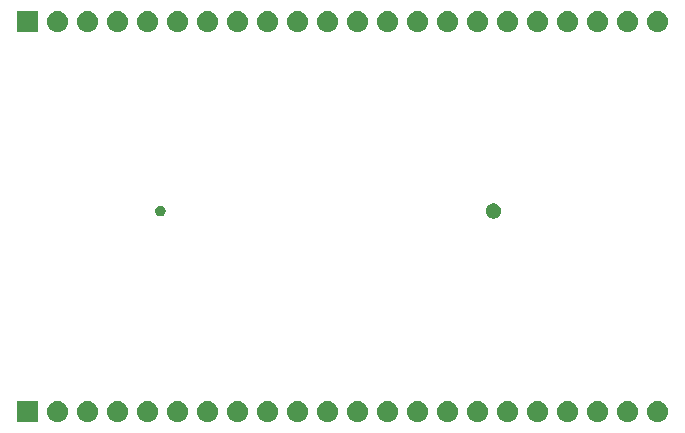
<source format=gts>
G04 #@! TF.GenerationSoftware,KiCad,Pcbnew,5.1.4-e60b266~84~ubuntu18.04.1*
G04 #@! TF.CreationDate,2019-09-22T16:17:36+02:00*
G04 #@! TF.ProjectId,Mezz2,4d657a7a-322e-46b6-9963-61645f706362,2*
G04 #@! TF.SameCoordinates,Original*
G04 #@! TF.FileFunction,Soldermask,Top*
G04 #@! TF.FilePolarity,Negative*
%FSLAX46Y46*%
G04 Gerber Fmt 4.6, Leading zero omitted, Abs format (unit mm)*
G04 Created by KiCad (PCBNEW 5.1.4-e60b266~84~ubuntu18.04.1) date 2019-09-22 16:17:36*
%MOMM*%
%LPD*%
G04 APERTURE LIST*
%ADD10C,0.100000*%
G04 APERTURE END LIST*
D10*
G36*
X123710443Y-110735519D02*
G01*
X123776627Y-110742037D01*
X123946466Y-110793557D01*
X124102991Y-110877222D01*
X124138729Y-110906552D01*
X124240186Y-110989814D01*
X124323448Y-111091271D01*
X124352778Y-111127009D01*
X124436443Y-111283534D01*
X124487963Y-111453373D01*
X124505359Y-111630000D01*
X124487963Y-111806627D01*
X124436443Y-111976466D01*
X124352778Y-112132991D01*
X124323448Y-112168729D01*
X124240186Y-112270186D01*
X124138729Y-112353448D01*
X124102991Y-112382778D01*
X123946466Y-112466443D01*
X123776627Y-112517963D01*
X123710443Y-112524481D01*
X123644260Y-112531000D01*
X123555740Y-112531000D01*
X123489557Y-112524481D01*
X123423373Y-112517963D01*
X123253534Y-112466443D01*
X123097009Y-112382778D01*
X123061271Y-112353448D01*
X122959814Y-112270186D01*
X122876552Y-112168729D01*
X122847222Y-112132991D01*
X122763557Y-111976466D01*
X122712037Y-111806627D01*
X122694641Y-111630000D01*
X122712037Y-111453373D01*
X122763557Y-111283534D01*
X122847222Y-111127009D01*
X122876552Y-111091271D01*
X122959814Y-110989814D01*
X123061271Y-110906552D01*
X123097009Y-110877222D01*
X123253534Y-110793557D01*
X123423373Y-110742037D01*
X123489557Y-110735519D01*
X123555740Y-110729000D01*
X123644260Y-110729000D01*
X123710443Y-110735519D01*
X123710443Y-110735519D01*
G37*
G36*
X100850443Y-110735519D02*
G01*
X100916627Y-110742037D01*
X101086466Y-110793557D01*
X101242991Y-110877222D01*
X101278729Y-110906552D01*
X101380186Y-110989814D01*
X101463448Y-111091271D01*
X101492778Y-111127009D01*
X101576443Y-111283534D01*
X101627963Y-111453373D01*
X101645359Y-111630000D01*
X101627963Y-111806627D01*
X101576443Y-111976466D01*
X101492778Y-112132991D01*
X101463448Y-112168729D01*
X101380186Y-112270186D01*
X101278729Y-112353448D01*
X101242991Y-112382778D01*
X101086466Y-112466443D01*
X100916627Y-112517963D01*
X100850443Y-112524481D01*
X100784260Y-112531000D01*
X100695740Y-112531000D01*
X100629557Y-112524481D01*
X100563373Y-112517963D01*
X100393534Y-112466443D01*
X100237009Y-112382778D01*
X100201271Y-112353448D01*
X100099814Y-112270186D01*
X100016552Y-112168729D01*
X99987222Y-112132991D01*
X99903557Y-111976466D01*
X99852037Y-111806627D01*
X99834641Y-111630000D01*
X99852037Y-111453373D01*
X99903557Y-111283534D01*
X99987222Y-111127009D01*
X100016552Y-111091271D01*
X100099814Y-110989814D01*
X100201271Y-110906552D01*
X100237009Y-110877222D01*
X100393534Y-110793557D01*
X100563373Y-110742037D01*
X100629557Y-110735519D01*
X100695740Y-110729000D01*
X100784260Y-110729000D01*
X100850443Y-110735519D01*
X100850443Y-110735519D01*
G37*
G36*
X126250443Y-110735519D02*
G01*
X126316627Y-110742037D01*
X126486466Y-110793557D01*
X126642991Y-110877222D01*
X126678729Y-110906552D01*
X126780186Y-110989814D01*
X126863448Y-111091271D01*
X126892778Y-111127009D01*
X126976443Y-111283534D01*
X127027963Y-111453373D01*
X127045359Y-111630000D01*
X127027963Y-111806627D01*
X126976443Y-111976466D01*
X126892778Y-112132991D01*
X126863448Y-112168729D01*
X126780186Y-112270186D01*
X126678729Y-112353448D01*
X126642991Y-112382778D01*
X126486466Y-112466443D01*
X126316627Y-112517963D01*
X126250443Y-112524481D01*
X126184260Y-112531000D01*
X126095740Y-112531000D01*
X126029557Y-112524481D01*
X125963373Y-112517963D01*
X125793534Y-112466443D01*
X125637009Y-112382778D01*
X125601271Y-112353448D01*
X125499814Y-112270186D01*
X125416552Y-112168729D01*
X125387222Y-112132991D01*
X125303557Y-111976466D01*
X125252037Y-111806627D01*
X125234641Y-111630000D01*
X125252037Y-111453373D01*
X125303557Y-111283534D01*
X125387222Y-111127009D01*
X125416552Y-111091271D01*
X125499814Y-110989814D01*
X125601271Y-110906552D01*
X125637009Y-110877222D01*
X125793534Y-110793557D01*
X125963373Y-110742037D01*
X126029557Y-110735519D01*
X126095740Y-110729000D01*
X126184260Y-110729000D01*
X126250443Y-110735519D01*
X126250443Y-110735519D01*
G37*
G36*
X121170443Y-110735519D02*
G01*
X121236627Y-110742037D01*
X121406466Y-110793557D01*
X121562991Y-110877222D01*
X121598729Y-110906552D01*
X121700186Y-110989814D01*
X121783448Y-111091271D01*
X121812778Y-111127009D01*
X121896443Y-111283534D01*
X121947963Y-111453373D01*
X121965359Y-111630000D01*
X121947963Y-111806627D01*
X121896443Y-111976466D01*
X121812778Y-112132991D01*
X121783448Y-112168729D01*
X121700186Y-112270186D01*
X121598729Y-112353448D01*
X121562991Y-112382778D01*
X121406466Y-112466443D01*
X121236627Y-112517963D01*
X121170443Y-112524481D01*
X121104260Y-112531000D01*
X121015740Y-112531000D01*
X120949557Y-112524481D01*
X120883373Y-112517963D01*
X120713534Y-112466443D01*
X120557009Y-112382778D01*
X120521271Y-112353448D01*
X120419814Y-112270186D01*
X120336552Y-112168729D01*
X120307222Y-112132991D01*
X120223557Y-111976466D01*
X120172037Y-111806627D01*
X120154641Y-111630000D01*
X120172037Y-111453373D01*
X120223557Y-111283534D01*
X120307222Y-111127009D01*
X120336552Y-111091271D01*
X120419814Y-110989814D01*
X120521271Y-110906552D01*
X120557009Y-110877222D01*
X120713534Y-110793557D01*
X120883373Y-110742037D01*
X120949557Y-110735519D01*
X121015740Y-110729000D01*
X121104260Y-110729000D01*
X121170443Y-110735519D01*
X121170443Y-110735519D01*
G37*
G36*
X118630443Y-110735519D02*
G01*
X118696627Y-110742037D01*
X118866466Y-110793557D01*
X119022991Y-110877222D01*
X119058729Y-110906552D01*
X119160186Y-110989814D01*
X119243448Y-111091271D01*
X119272778Y-111127009D01*
X119356443Y-111283534D01*
X119407963Y-111453373D01*
X119425359Y-111630000D01*
X119407963Y-111806627D01*
X119356443Y-111976466D01*
X119272778Y-112132991D01*
X119243448Y-112168729D01*
X119160186Y-112270186D01*
X119058729Y-112353448D01*
X119022991Y-112382778D01*
X118866466Y-112466443D01*
X118696627Y-112517963D01*
X118630443Y-112524481D01*
X118564260Y-112531000D01*
X118475740Y-112531000D01*
X118409557Y-112524481D01*
X118343373Y-112517963D01*
X118173534Y-112466443D01*
X118017009Y-112382778D01*
X117981271Y-112353448D01*
X117879814Y-112270186D01*
X117796552Y-112168729D01*
X117767222Y-112132991D01*
X117683557Y-111976466D01*
X117632037Y-111806627D01*
X117614641Y-111630000D01*
X117632037Y-111453373D01*
X117683557Y-111283534D01*
X117767222Y-111127009D01*
X117796552Y-111091271D01*
X117879814Y-110989814D01*
X117981271Y-110906552D01*
X118017009Y-110877222D01*
X118173534Y-110793557D01*
X118343373Y-110742037D01*
X118409557Y-110735519D01*
X118475740Y-110729000D01*
X118564260Y-110729000D01*
X118630443Y-110735519D01*
X118630443Y-110735519D01*
G37*
G36*
X116090443Y-110735519D02*
G01*
X116156627Y-110742037D01*
X116326466Y-110793557D01*
X116482991Y-110877222D01*
X116518729Y-110906552D01*
X116620186Y-110989814D01*
X116703448Y-111091271D01*
X116732778Y-111127009D01*
X116816443Y-111283534D01*
X116867963Y-111453373D01*
X116885359Y-111630000D01*
X116867963Y-111806627D01*
X116816443Y-111976466D01*
X116732778Y-112132991D01*
X116703448Y-112168729D01*
X116620186Y-112270186D01*
X116518729Y-112353448D01*
X116482991Y-112382778D01*
X116326466Y-112466443D01*
X116156627Y-112517963D01*
X116090443Y-112524481D01*
X116024260Y-112531000D01*
X115935740Y-112531000D01*
X115869557Y-112524481D01*
X115803373Y-112517963D01*
X115633534Y-112466443D01*
X115477009Y-112382778D01*
X115441271Y-112353448D01*
X115339814Y-112270186D01*
X115256552Y-112168729D01*
X115227222Y-112132991D01*
X115143557Y-111976466D01*
X115092037Y-111806627D01*
X115074641Y-111630000D01*
X115092037Y-111453373D01*
X115143557Y-111283534D01*
X115227222Y-111127009D01*
X115256552Y-111091271D01*
X115339814Y-110989814D01*
X115441271Y-110906552D01*
X115477009Y-110877222D01*
X115633534Y-110793557D01*
X115803373Y-110742037D01*
X115869557Y-110735519D01*
X115935740Y-110729000D01*
X116024260Y-110729000D01*
X116090443Y-110735519D01*
X116090443Y-110735519D01*
G37*
G36*
X113550443Y-110735519D02*
G01*
X113616627Y-110742037D01*
X113786466Y-110793557D01*
X113942991Y-110877222D01*
X113978729Y-110906552D01*
X114080186Y-110989814D01*
X114163448Y-111091271D01*
X114192778Y-111127009D01*
X114276443Y-111283534D01*
X114327963Y-111453373D01*
X114345359Y-111630000D01*
X114327963Y-111806627D01*
X114276443Y-111976466D01*
X114192778Y-112132991D01*
X114163448Y-112168729D01*
X114080186Y-112270186D01*
X113978729Y-112353448D01*
X113942991Y-112382778D01*
X113786466Y-112466443D01*
X113616627Y-112517963D01*
X113550443Y-112524481D01*
X113484260Y-112531000D01*
X113395740Y-112531000D01*
X113329557Y-112524481D01*
X113263373Y-112517963D01*
X113093534Y-112466443D01*
X112937009Y-112382778D01*
X112901271Y-112353448D01*
X112799814Y-112270186D01*
X112716552Y-112168729D01*
X112687222Y-112132991D01*
X112603557Y-111976466D01*
X112552037Y-111806627D01*
X112534641Y-111630000D01*
X112552037Y-111453373D01*
X112603557Y-111283534D01*
X112687222Y-111127009D01*
X112716552Y-111091271D01*
X112799814Y-110989814D01*
X112901271Y-110906552D01*
X112937009Y-110877222D01*
X113093534Y-110793557D01*
X113263373Y-110742037D01*
X113329557Y-110735519D01*
X113395740Y-110729000D01*
X113484260Y-110729000D01*
X113550443Y-110735519D01*
X113550443Y-110735519D01*
G37*
G36*
X111010443Y-110735519D02*
G01*
X111076627Y-110742037D01*
X111246466Y-110793557D01*
X111402991Y-110877222D01*
X111438729Y-110906552D01*
X111540186Y-110989814D01*
X111623448Y-111091271D01*
X111652778Y-111127009D01*
X111736443Y-111283534D01*
X111787963Y-111453373D01*
X111805359Y-111630000D01*
X111787963Y-111806627D01*
X111736443Y-111976466D01*
X111652778Y-112132991D01*
X111623448Y-112168729D01*
X111540186Y-112270186D01*
X111438729Y-112353448D01*
X111402991Y-112382778D01*
X111246466Y-112466443D01*
X111076627Y-112517963D01*
X111010443Y-112524481D01*
X110944260Y-112531000D01*
X110855740Y-112531000D01*
X110789557Y-112524481D01*
X110723373Y-112517963D01*
X110553534Y-112466443D01*
X110397009Y-112382778D01*
X110361271Y-112353448D01*
X110259814Y-112270186D01*
X110176552Y-112168729D01*
X110147222Y-112132991D01*
X110063557Y-111976466D01*
X110012037Y-111806627D01*
X109994641Y-111630000D01*
X110012037Y-111453373D01*
X110063557Y-111283534D01*
X110147222Y-111127009D01*
X110176552Y-111091271D01*
X110259814Y-110989814D01*
X110361271Y-110906552D01*
X110397009Y-110877222D01*
X110553534Y-110793557D01*
X110723373Y-110742037D01*
X110789557Y-110735519D01*
X110855740Y-110729000D01*
X110944260Y-110729000D01*
X111010443Y-110735519D01*
X111010443Y-110735519D01*
G37*
G36*
X108470443Y-110735519D02*
G01*
X108536627Y-110742037D01*
X108706466Y-110793557D01*
X108862991Y-110877222D01*
X108898729Y-110906552D01*
X109000186Y-110989814D01*
X109083448Y-111091271D01*
X109112778Y-111127009D01*
X109196443Y-111283534D01*
X109247963Y-111453373D01*
X109265359Y-111630000D01*
X109247963Y-111806627D01*
X109196443Y-111976466D01*
X109112778Y-112132991D01*
X109083448Y-112168729D01*
X109000186Y-112270186D01*
X108898729Y-112353448D01*
X108862991Y-112382778D01*
X108706466Y-112466443D01*
X108536627Y-112517963D01*
X108470443Y-112524481D01*
X108404260Y-112531000D01*
X108315740Y-112531000D01*
X108249557Y-112524481D01*
X108183373Y-112517963D01*
X108013534Y-112466443D01*
X107857009Y-112382778D01*
X107821271Y-112353448D01*
X107719814Y-112270186D01*
X107636552Y-112168729D01*
X107607222Y-112132991D01*
X107523557Y-111976466D01*
X107472037Y-111806627D01*
X107454641Y-111630000D01*
X107472037Y-111453373D01*
X107523557Y-111283534D01*
X107607222Y-111127009D01*
X107636552Y-111091271D01*
X107719814Y-110989814D01*
X107821271Y-110906552D01*
X107857009Y-110877222D01*
X108013534Y-110793557D01*
X108183373Y-110742037D01*
X108249557Y-110735519D01*
X108315740Y-110729000D01*
X108404260Y-110729000D01*
X108470443Y-110735519D01*
X108470443Y-110735519D01*
G37*
G36*
X105930443Y-110735519D02*
G01*
X105996627Y-110742037D01*
X106166466Y-110793557D01*
X106322991Y-110877222D01*
X106358729Y-110906552D01*
X106460186Y-110989814D01*
X106543448Y-111091271D01*
X106572778Y-111127009D01*
X106656443Y-111283534D01*
X106707963Y-111453373D01*
X106725359Y-111630000D01*
X106707963Y-111806627D01*
X106656443Y-111976466D01*
X106572778Y-112132991D01*
X106543448Y-112168729D01*
X106460186Y-112270186D01*
X106358729Y-112353448D01*
X106322991Y-112382778D01*
X106166466Y-112466443D01*
X105996627Y-112517963D01*
X105930443Y-112524481D01*
X105864260Y-112531000D01*
X105775740Y-112531000D01*
X105709557Y-112524481D01*
X105643373Y-112517963D01*
X105473534Y-112466443D01*
X105317009Y-112382778D01*
X105281271Y-112353448D01*
X105179814Y-112270186D01*
X105096552Y-112168729D01*
X105067222Y-112132991D01*
X104983557Y-111976466D01*
X104932037Y-111806627D01*
X104914641Y-111630000D01*
X104932037Y-111453373D01*
X104983557Y-111283534D01*
X105067222Y-111127009D01*
X105096552Y-111091271D01*
X105179814Y-110989814D01*
X105281271Y-110906552D01*
X105317009Y-110877222D01*
X105473534Y-110793557D01*
X105643373Y-110742037D01*
X105709557Y-110735519D01*
X105775740Y-110729000D01*
X105864260Y-110729000D01*
X105930443Y-110735519D01*
X105930443Y-110735519D01*
G37*
G36*
X103390443Y-110735519D02*
G01*
X103456627Y-110742037D01*
X103626466Y-110793557D01*
X103782991Y-110877222D01*
X103818729Y-110906552D01*
X103920186Y-110989814D01*
X104003448Y-111091271D01*
X104032778Y-111127009D01*
X104116443Y-111283534D01*
X104167963Y-111453373D01*
X104185359Y-111630000D01*
X104167963Y-111806627D01*
X104116443Y-111976466D01*
X104032778Y-112132991D01*
X104003448Y-112168729D01*
X103920186Y-112270186D01*
X103818729Y-112353448D01*
X103782991Y-112382778D01*
X103626466Y-112466443D01*
X103456627Y-112517963D01*
X103390443Y-112524481D01*
X103324260Y-112531000D01*
X103235740Y-112531000D01*
X103169557Y-112524481D01*
X103103373Y-112517963D01*
X102933534Y-112466443D01*
X102777009Y-112382778D01*
X102741271Y-112353448D01*
X102639814Y-112270186D01*
X102556552Y-112168729D01*
X102527222Y-112132991D01*
X102443557Y-111976466D01*
X102392037Y-111806627D01*
X102374641Y-111630000D01*
X102392037Y-111453373D01*
X102443557Y-111283534D01*
X102527222Y-111127009D01*
X102556552Y-111091271D01*
X102639814Y-110989814D01*
X102741271Y-110906552D01*
X102777009Y-110877222D01*
X102933534Y-110793557D01*
X103103373Y-110742037D01*
X103169557Y-110735519D01*
X103235740Y-110729000D01*
X103324260Y-110729000D01*
X103390443Y-110735519D01*
X103390443Y-110735519D01*
G37*
G36*
X98310443Y-110735519D02*
G01*
X98376627Y-110742037D01*
X98546466Y-110793557D01*
X98702991Y-110877222D01*
X98738729Y-110906552D01*
X98840186Y-110989814D01*
X98923448Y-111091271D01*
X98952778Y-111127009D01*
X99036443Y-111283534D01*
X99087963Y-111453373D01*
X99105359Y-111630000D01*
X99087963Y-111806627D01*
X99036443Y-111976466D01*
X98952778Y-112132991D01*
X98923448Y-112168729D01*
X98840186Y-112270186D01*
X98738729Y-112353448D01*
X98702991Y-112382778D01*
X98546466Y-112466443D01*
X98376627Y-112517963D01*
X98310443Y-112524481D01*
X98244260Y-112531000D01*
X98155740Y-112531000D01*
X98089557Y-112524481D01*
X98023373Y-112517963D01*
X97853534Y-112466443D01*
X97697009Y-112382778D01*
X97661271Y-112353448D01*
X97559814Y-112270186D01*
X97476552Y-112168729D01*
X97447222Y-112132991D01*
X97363557Y-111976466D01*
X97312037Y-111806627D01*
X97294641Y-111630000D01*
X97312037Y-111453373D01*
X97363557Y-111283534D01*
X97447222Y-111127009D01*
X97476552Y-111091271D01*
X97559814Y-110989814D01*
X97661271Y-110906552D01*
X97697009Y-110877222D01*
X97853534Y-110793557D01*
X98023373Y-110742037D01*
X98089557Y-110735519D01*
X98155740Y-110729000D01*
X98244260Y-110729000D01*
X98310443Y-110735519D01*
X98310443Y-110735519D01*
G37*
G36*
X95770443Y-110735519D02*
G01*
X95836627Y-110742037D01*
X96006466Y-110793557D01*
X96162991Y-110877222D01*
X96198729Y-110906552D01*
X96300186Y-110989814D01*
X96383448Y-111091271D01*
X96412778Y-111127009D01*
X96496443Y-111283534D01*
X96547963Y-111453373D01*
X96565359Y-111630000D01*
X96547963Y-111806627D01*
X96496443Y-111976466D01*
X96412778Y-112132991D01*
X96383448Y-112168729D01*
X96300186Y-112270186D01*
X96198729Y-112353448D01*
X96162991Y-112382778D01*
X96006466Y-112466443D01*
X95836627Y-112517963D01*
X95770443Y-112524481D01*
X95704260Y-112531000D01*
X95615740Y-112531000D01*
X95549557Y-112524481D01*
X95483373Y-112517963D01*
X95313534Y-112466443D01*
X95157009Y-112382778D01*
X95121271Y-112353448D01*
X95019814Y-112270186D01*
X94936552Y-112168729D01*
X94907222Y-112132991D01*
X94823557Y-111976466D01*
X94772037Y-111806627D01*
X94754641Y-111630000D01*
X94772037Y-111453373D01*
X94823557Y-111283534D01*
X94907222Y-111127009D01*
X94936552Y-111091271D01*
X95019814Y-110989814D01*
X95121271Y-110906552D01*
X95157009Y-110877222D01*
X95313534Y-110793557D01*
X95483373Y-110742037D01*
X95549557Y-110735519D01*
X95615740Y-110729000D01*
X95704260Y-110729000D01*
X95770443Y-110735519D01*
X95770443Y-110735519D01*
G37*
G36*
X93230443Y-110735519D02*
G01*
X93296627Y-110742037D01*
X93466466Y-110793557D01*
X93622991Y-110877222D01*
X93658729Y-110906552D01*
X93760186Y-110989814D01*
X93843448Y-111091271D01*
X93872778Y-111127009D01*
X93956443Y-111283534D01*
X94007963Y-111453373D01*
X94025359Y-111630000D01*
X94007963Y-111806627D01*
X93956443Y-111976466D01*
X93872778Y-112132991D01*
X93843448Y-112168729D01*
X93760186Y-112270186D01*
X93658729Y-112353448D01*
X93622991Y-112382778D01*
X93466466Y-112466443D01*
X93296627Y-112517963D01*
X93230443Y-112524481D01*
X93164260Y-112531000D01*
X93075740Y-112531000D01*
X93009557Y-112524481D01*
X92943373Y-112517963D01*
X92773534Y-112466443D01*
X92617009Y-112382778D01*
X92581271Y-112353448D01*
X92479814Y-112270186D01*
X92396552Y-112168729D01*
X92367222Y-112132991D01*
X92283557Y-111976466D01*
X92232037Y-111806627D01*
X92214641Y-111630000D01*
X92232037Y-111453373D01*
X92283557Y-111283534D01*
X92367222Y-111127009D01*
X92396552Y-111091271D01*
X92479814Y-110989814D01*
X92581271Y-110906552D01*
X92617009Y-110877222D01*
X92773534Y-110793557D01*
X92943373Y-110742037D01*
X93009557Y-110735519D01*
X93075740Y-110729000D01*
X93164260Y-110729000D01*
X93230443Y-110735519D01*
X93230443Y-110735519D01*
G37*
G36*
X90690443Y-110735519D02*
G01*
X90756627Y-110742037D01*
X90926466Y-110793557D01*
X91082991Y-110877222D01*
X91118729Y-110906552D01*
X91220186Y-110989814D01*
X91303448Y-111091271D01*
X91332778Y-111127009D01*
X91416443Y-111283534D01*
X91467963Y-111453373D01*
X91485359Y-111630000D01*
X91467963Y-111806627D01*
X91416443Y-111976466D01*
X91332778Y-112132991D01*
X91303448Y-112168729D01*
X91220186Y-112270186D01*
X91118729Y-112353448D01*
X91082991Y-112382778D01*
X90926466Y-112466443D01*
X90756627Y-112517963D01*
X90690443Y-112524481D01*
X90624260Y-112531000D01*
X90535740Y-112531000D01*
X90469557Y-112524481D01*
X90403373Y-112517963D01*
X90233534Y-112466443D01*
X90077009Y-112382778D01*
X90041271Y-112353448D01*
X89939814Y-112270186D01*
X89856552Y-112168729D01*
X89827222Y-112132991D01*
X89743557Y-111976466D01*
X89692037Y-111806627D01*
X89674641Y-111630000D01*
X89692037Y-111453373D01*
X89743557Y-111283534D01*
X89827222Y-111127009D01*
X89856552Y-111091271D01*
X89939814Y-110989814D01*
X90041271Y-110906552D01*
X90077009Y-110877222D01*
X90233534Y-110793557D01*
X90403373Y-110742037D01*
X90469557Y-110735519D01*
X90535740Y-110729000D01*
X90624260Y-110729000D01*
X90690443Y-110735519D01*
X90690443Y-110735519D01*
G37*
G36*
X88150443Y-110735519D02*
G01*
X88216627Y-110742037D01*
X88386466Y-110793557D01*
X88542991Y-110877222D01*
X88578729Y-110906552D01*
X88680186Y-110989814D01*
X88763448Y-111091271D01*
X88792778Y-111127009D01*
X88876443Y-111283534D01*
X88927963Y-111453373D01*
X88945359Y-111630000D01*
X88927963Y-111806627D01*
X88876443Y-111976466D01*
X88792778Y-112132991D01*
X88763448Y-112168729D01*
X88680186Y-112270186D01*
X88578729Y-112353448D01*
X88542991Y-112382778D01*
X88386466Y-112466443D01*
X88216627Y-112517963D01*
X88150443Y-112524481D01*
X88084260Y-112531000D01*
X87995740Y-112531000D01*
X87929557Y-112524481D01*
X87863373Y-112517963D01*
X87693534Y-112466443D01*
X87537009Y-112382778D01*
X87501271Y-112353448D01*
X87399814Y-112270186D01*
X87316552Y-112168729D01*
X87287222Y-112132991D01*
X87203557Y-111976466D01*
X87152037Y-111806627D01*
X87134641Y-111630000D01*
X87152037Y-111453373D01*
X87203557Y-111283534D01*
X87287222Y-111127009D01*
X87316552Y-111091271D01*
X87399814Y-110989814D01*
X87501271Y-110906552D01*
X87537009Y-110877222D01*
X87693534Y-110793557D01*
X87863373Y-110742037D01*
X87929557Y-110735519D01*
X87995740Y-110729000D01*
X88084260Y-110729000D01*
X88150443Y-110735519D01*
X88150443Y-110735519D01*
G37*
G36*
X85610443Y-110735519D02*
G01*
X85676627Y-110742037D01*
X85846466Y-110793557D01*
X86002991Y-110877222D01*
X86038729Y-110906552D01*
X86140186Y-110989814D01*
X86223448Y-111091271D01*
X86252778Y-111127009D01*
X86336443Y-111283534D01*
X86387963Y-111453373D01*
X86405359Y-111630000D01*
X86387963Y-111806627D01*
X86336443Y-111976466D01*
X86252778Y-112132991D01*
X86223448Y-112168729D01*
X86140186Y-112270186D01*
X86038729Y-112353448D01*
X86002991Y-112382778D01*
X85846466Y-112466443D01*
X85676627Y-112517963D01*
X85610443Y-112524481D01*
X85544260Y-112531000D01*
X85455740Y-112531000D01*
X85389557Y-112524481D01*
X85323373Y-112517963D01*
X85153534Y-112466443D01*
X84997009Y-112382778D01*
X84961271Y-112353448D01*
X84859814Y-112270186D01*
X84776552Y-112168729D01*
X84747222Y-112132991D01*
X84663557Y-111976466D01*
X84612037Y-111806627D01*
X84594641Y-111630000D01*
X84612037Y-111453373D01*
X84663557Y-111283534D01*
X84747222Y-111127009D01*
X84776552Y-111091271D01*
X84859814Y-110989814D01*
X84961271Y-110906552D01*
X84997009Y-110877222D01*
X85153534Y-110793557D01*
X85323373Y-110742037D01*
X85389557Y-110735519D01*
X85455740Y-110729000D01*
X85544260Y-110729000D01*
X85610443Y-110735519D01*
X85610443Y-110735519D01*
G37*
G36*
X83070443Y-110735519D02*
G01*
X83136627Y-110742037D01*
X83306466Y-110793557D01*
X83462991Y-110877222D01*
X83498729Y-110906552D01*
X83600186Y-110989814D01*
X83683448Y-111091271D01*
X83712778Y-111127009D01*
X83796443Y-111283534D01*
X83847963Y-111453373D01*
X83865359Y-111630000D01*
X83847963Y-111806627D01*
X83796443Y-111976466D01*
X83712778Y-112132991D01*
X83683448Y-112168729D01*
X83600186Y-112270186D01*
X83498729Y-112353448D01*
X83462991Y-112382778D01*
X83306466Y-112466443D01*
X83136627Y-112517963D01*
X83070443Y-112524481D01*
X83004260Y-112531000D01*
X82915740Y-112531000D01*
X82849557Y-112524481D01*
X82783373Y-112517963D01*
X82613534Y-112466443D01*
X82457009Y-112382778D01*
X82421271Y-112353448D01*
X82319814Y-112270186D01*
X82236552Y-112168729D01*
X82207222Y-112132991D01*
X82123557Y-111976466D01*
X82072037Y-111806627D01*
X82054641Y-111630000D01*
X82072037Y-111453373D01*
X82123557Y-111283534D01*
X82207222Y-111127009D01*
X82236552Y-111091271D01*
X82319814Y-110989814D01*
X82421271Y-110906552D01*
X82457009Y-110877222D01*
X82613534Y-110793557D01*
X82783373Y-110742037D01*
X82849557Y-110735519D01*
X82915740Y-110729000D01*
X83004260Y-110729000D01*
X83070443Y-110735519D01*
X83070443Y-110735519D01*
G37*
G36*
X80530443Y-110735519D02*
G01*
X80596627Y-110742037D01*
X80766466Y-110793557D01*
X80922991Y-110877222D01*
X80958729Y-110906552D01*
X81060186Y-110989814D01*
X81143448Y-111091271D01*
X81172778Y-111127009D01*
X81256443Y-111283534D01*
X81307963Y-111453373D01*
X81325359Y-111630000D01*
X81307963Y-111806627D01*
X81256443Y-111976466D01*
X81172778Y-112132991D01*
X81143448Y-112168729D01*
X81060186Y-112270186D01*
X80958729Y-112353448D01*
X80922991Y-112382778D01*
X80766466Y-112466443D01*
X80596627Y-112517963D01*
X80530443Y-112524481D01*
X80464260Y-112531000D01*
X80375740Y-112531000D01*
X80309557Y-112524481D01*
X80243373Y-112517963D01*
X80073534Y-112466443D01*
X79917009Y-112382778D01*
X79881271Y-112353448D01*
X79779814Y-112270186D01*
X79696552Y-112168729D01*
X79667222Y-112132991D01*
X79583557Y-111976466D01*
X79532037Y-111806627D01*
X79514641Y-111630000D01*
X79532037Y-111453373D01*
X79583557Y-111283534D01*
X79667222Y-111127009D01*
X79696552Y-111091271D01*
X79779814Y-110989814D01*
X79881271Y-110906552D01*
X79917009Y-110877222D01*
X80073534Y-110793557D01*
X80243373Y-110742037D01*
X80309557Y-110735519D01*
X80375740Y-110729000D01*
X80464260Y-110729000D01*
X80530443Y-110735519D01*
X80530443Y-110735519D01*
G37*
G36*
X77990443Y-110735519D02*
G01*
X78056627Y-110742037D01*
X78226466Y-110793557D01*
X78382991Y-110877222D01*
X78418729Y-110906552D01*
X78520186Y-110989814D01*
X78603448Y-111091271D01*
X78632778Y-111127009D01*
X78716443Y-111283534D01*
X78767963Y-111453373D01*
X78785359Y-111630000D01*
X78767963Y-111806627D01*
X78716443Y-111976466D01*
X78632778Y-112132991D01*
X78603448Y-112168729D01*
X78520186Y-112270186D01*
X78418729Y-112353448D01*
X78382991Y-112382778D01*
X78226466Y-112466443D01*
X78056627Y-112517963D01*
X77990443Y-112524481D01*
X77924260Y-112531000D01*
X77835740Y-112531000D01*
X77769557Y-112524481D01*
X77703373Y-112517963D01*
X77533534Y-112466443D01*
X77377009Y-112382778D01*
X77341271Y-112353448D01*
X77239814Y-112270186D01*
X77156552Y-112168729D01*
X77127222Y-112132991D01*
X77043557Y-111976466D01*
X76992037Y-111806627D01*
X76974641Y-111630000D01*
X76992037Y-111453373D01*
X77043557Y-111283534D01*
X77127222Y-111127009D01*
X77156552Y-111091271D01*
X77239814Y-110989814D01*
X77341271Y-110906552D01*
X77377009Y-110877222D01*
X77533534Y-110793557D01*
X77703373Y-110742037D01*
X77769557Y-110735519D01*
X77835740Y-110729000D01*
X77924260Y-110729000D01*
X77990443Y-110735519D01*
X77990443Y-110735519D01*
G37*
G36*
X75450443Y-110735519D02*
G01*
X75516627Y-110742037D01*
X75686466Y-110793557D01*
X75842991Y-110877222D01*
X75878729Y-110906552D01*
X75980186Y-110989814D01*
X76063448Y-111091271D01*
X76092778Y-111127009D01*
X76176443Y-111283534D01*
X76227963Y-111453373D01*
X76245359Y-111630000D01*
X76227963Y-111806627D01*
X76176443Y-111976466D01*
X76092778Y-112132991D01*
X76063448Y-112168729D01*
X75980186Y-112270186D01*
X75878729Y-112353448D01*
X75842991Y-112382778D01*
X75686466Y-112466443D01*
X75516627Y-112517963D01*
X75450443Y-112524481D01*
X75384260Y-112531000D01*
X75295740Y-112531000D01*
X75229557Y-112524481D01*
X75163373Y-112517963D01*
X74993534Y-112466443D01*
X74837009Y-112382778D01*
X74801271Y-112353448D01*
X74699814Y-112270186D01*
X74616552Y-112168729D01*
X74587222Y-112132991D01*
X74503557Y-111976466D01*
X74452037Y-111806627D01*
X74434641Y-111630000D01*
X74452037Y-111453373D01*
X74503557Y-111283534D01*
X74587222Y-111127009D01*
X74616552Y-111091271D01*
X74699814Y-110989814D01*
X74801271Y-110906552D01*
X74837009Y-110877222D01*
X74993534Y-110793557D01*
X75163373Y-110742037D01*
X75229557Y-110735519D01*
X75295740Y-110729000D01*
X75384260Y-110729000D01*
X75450443Y-110735519D01*
X75450443Y-110735519D01*
G37*
G36*
X73701000Y-112531000D02*
G01*
X71899000Y-112531000D01*
X71899000Y-110729000D01*
X73701000Y-110729000D01*
X73701000Y-112531000D01*
X73701000Y-112531000D01*
G37*
G36*
X112431890Y-94027017D02*
G01*
X112550364Y-94076091D01*
X112656988Y-94147335D01*
X112747665Y-94238012D01*
X112818909Y-94344636D01*
X112867983Y-94463110D01*
X112893000Y-94588882D01*
X112893000Y-94717118D01*
X112867983Y-94842890D01*
X112818909Y-94961364D01*
X112747665Y-95067988D01*
X112656988Y-95158665D01*
X112550364Y-95229909D01*
X112550363Y-95229910D01*
X112550362Y-95229910D01*
X112431890Y-95278983D01*
X112306119Y-95304000D01*
X112177881Y-95304000D01*
X112052110Y-95278983D01*
X111933638Y-95229910D01*
X111933637Y-95229910D01*
X111933636Y-95229909D01*
X111827012Y-95158665D01*
X111736335Y-95067988D01*
X111665091Y-94961364D01*
X111616017Y-94842890D01*
X111591000Y-94717118D01*
X111591000Y-94588882D01*
X111616017Y-94463110D01*
X111665091Y-94344636D01*
X111736335Y-94238012D01*
X111827012Y-94147335D01*
X111933636Y-94076091D01*
X112052110Y-94027017D01*
X112177881Y-94002000D01*
X112306119Y-94002000D01*
X112431890Y-94027017D01*
X112431890Y-94027017D01*
G37*
G36*
X84173552Y-94219331D02*
G01*
X84255627Y-94253328D01*
X84255629Y-94253329D01*
X84292813Y-94278175D01*
X84329495Y-94302685D01*
X84392315Y-94365505D01*
X84441672Y-94439373D01*
X84475669Y-94521448D01*
X84493000Y-94608579D01*
X84493000Y-94697421D01*
X84475669Y-94784552D01*
X84451504Y-94842890D01*
X84441671Y-94866629D01*
X84392314Y-94940496D01*
X84329496Y-95003314D01*
X84255629Y-95052671D01*
X84255628Y-95052672D01*
X84255627Y-95052672D01*
X84173552Y-95086669D01*
X84086421Y-95104000D01*
X83997579Y-95104000D01*
X83910448Y-95086669D01*
X83828373Y-95052672D01*
X83828372Y-95052672D01*
X83828371Y-95052671D01*
X83754504Y-95003314D01*
X83691686Y-94940496D01*
X83642329Y-94866629D01*
X83632496Y-94842890D01*
X83608331Y-94784552D01*
X83591000Y-94697421D01*
X83591000Y-94608579D01*
X83608331Y-94521448D01*
X83642328Y-94439373D01*
X83691685Y-94365505D01*
X83754505Y-94302685D01*
X83791187Y-94278175D01*
X83828371Y-94253329D01*
X83828373Y-94253328D01*
X83910448Y-94219331D01*
X83997579Y-94202000D01*
X84086421Y-94202000D01*
X84173552Y-94219331D01*
X84173552Y-94219331D01*
G37*
G36*
X108470442Y-77715518D02*
G01*
X108536627Y-77722037D01*
X108706466Y-77773557D01*
X108862991Y-77857222D01*
X108898729Y-77886552D01*
X109000186Y-77969814D01*
X109083448Y-78071271D01*
X109112778Y-78107009D01*
X109196443Y-78263534D01*
X109247963Y-78433373D01*
X109265359Y-78610000D01*
X109247963Y-78786627D01*
X109196443Y-78956466D01*
X109112778Y-79112991D01*
X109083448Y-79148729D01*
X109000186Y-79250186D01*
X108898729Y-79333448D01*
X108862991Y-79362778D01*
X108706466Y-79446443D01*
X108536627Y-79497963D01*
X108470442Y-79504482D01*
X108404260Y-79511000D01*
X108315740Y-79511000D01*
X108249558Y-79504482D01*
X108183373Y-79497963D01*
X108013534Y-79446443D01*
X107857009Y-79362778D01*
X107821271Y-79333448D01*
X107719814Y-79250186D01*
X107636552Y-79148729D01*
X107607222Y-79112991D01*
X107523557Y-78956466D01*
X107472037Y-78786627D01*
X107454641Y-78610000D01*
X107472037Y-78433373D01*
X107523557Y-78263534D01*
X107607222Y-78107009D01*
X107636552Y-78071271D01*
X107719814Y-77969814D01*
X107821271Y-77886552D01*
X107857009Y-77857222D01*
X108013534Y-77773557D01*
X108183373Y-77722037D01*
X108249558Y-77715518D01*
X108315740Y-77709000D01*
X108404260Y-77709000D01*
X108470442Y-77715518D01*
X108470442Y-77715518D01*
G37*
G36*
X126250442Y-77715518D02*
G01*
X126316627Y-77722037D01*
X126486466Y-77773557D01*
X126642991Y-77857222D01*
X126678729Y-77886552D01*
X126780186Y-77969814D01*
X126863448Y-78071271D01*
X126892778Y-78107009D01*
X126976443Y-78263534D01*
X127027963Y-78433373D01*
X127045359Y-78610000D01*
X127027963Y-78786627D01*
X126976443Y-78956466D01*
X126892778Y-79112991D01*
X126863448Y-79148729D01*
X126780186Y-79250186D01*
X126678729Y-79333448D01*
X126642991Y-79362778D01*
X126486466Y-79446443D01*
X126316627Y-79497963D01*
X126250442Y-79504482D01*
X126184260Y-79511000D01*
X126095740Y-79511000D01*
X126029558Y-79504482D01*
X125963373Y-79497963D01*
X125793534Y-79446443D01*
X125637009Y-79362778D01*
X125601271Y-79333448D01*
X125499814Y-79250186D01*
X125416552Y-79148729D01*
X125387222Y-79112991D01*
X125303557Y-78956466D01*
X125252037Y-78786627D01*
X125234641Y-78610000D01*
X125252037Y-78433373D01*
X125303557Y-78263534D01*
X125387222Y-78107009D01*
X125416552Y-78071271D01*
X125499814Y-77969814D01*
X125601271Y-77886552D01*
X125637009Y-77857222D01*
X125793534Y-77773557D01*
X125963373Y-77722037D01*
X126029558Y-77715518D01*
X126095740Y-77709000D01*
X126184260Y-77709000D01*
X126250442Y-77715518D01*
X126250442Y-77715518D01*
G37*
G36*
X123710442Y-77715518D02*
G01*
X123776627Y-77722037D01*
X123946466Y-77773557D01*
X124102991Y-77857222D01*
X124138729Y-77886552D01*
X124240186Y-77969814D01*
X124323448Y-78071271D01*
X124352778Y-78107009D01*
X124436443Y-78263534D01*
X124487963Y-78433373D01*
X124505359Y-78610000D01*
X124487963Y-78786627D01*
X124436443Y-78956466D01*
X124352778Y-79112991D01*
X124323448Y-79148729D01*
X124240186Y-79250186D01*
X124138729Y-79333448D01*
X124102991Y-79362778D01*
X123946466Y-79446443D01*
X123776627Y-79497963D01*
X123710442Y-79504482D01*
X123644260Y-79511000D01*
X123555740Y-79511000D01*
X123489558Y-79504482D01*
X123423373Y-79497963D01*
X123253534Y-79446443D01*
X123097009Y-79362778D01*
X123061271Y-79333448D01*
X122959814Y-79250186D01*
X122876552Y-79148729D01*
X122847222Y-79112991D01*
X122763557Y-78956466D01*
X122712037Y-78786627D01*
X122694641Y-78610000D01*
X122712037Y-78433373D01*
X122763557Y-78263534D01*
X122847222Y-78107009D01*
X122876552Y-78071271D01*
X122959814Y-77969814D01*
X123061271Y-77886552D01*
X123097009Y-77857222D01*
X123253534Y-77773557D01*
X123423373Y-77722037D01*
X123489558Y-77715518D01*
X123555740Y-77709000D01*
X123644260Y-77709000D01*
X123710442Y-77715518D01*
X123710442Y-77715518D01*
G37*
G36*
X121170442Y-77715518D02*
G01*
X121236627Y-77722037D01*
X121406466Y-77773557D01*
X121562991Y-77857222D01*
X121598729Y-77886552D01*
X121700186Y-77969814D01*
X121783448Y-78071271D01*
X121812778Y-78107009D01*
X121896443Y-78263534D01*
X121947963Y-78433373D01*
X121965359Y-78610000D01*
X121947963Y-78786627D01*
X121896443Y-78956466D01*
X121812778Y-79112991D01*
X121783448Y-79148729D01*
X121700186Y-79250186D01*
X121598729Y-79333448D01*
X121562991Y-79362778D01*
X121406466Y-79446443D01*
X121236627Y-79497963D01*
X121170442Y-79504482D01*
X121104260Y-79511000D01*
X121015740Y-79511000D01*
X120949558Y-79504482D01*
X120883373Y-79497963D01*
X120713534Y-79446443D01*
X120557009Y-79362778D01*
X120521271Y-79333448D01*
X120419814Y-79250186D01*
X120336552Y-79148729D01*
X120307222Y-79112991D01*
X120223557Y-78956466D01*
X120172037Y-78786627D01*
X120154641Y-78610000D01*
X120172037Y-78433373D01*
X120223557Y-78263534D01*
X120307222Y-78107009D01*
X120336552Y-78071271D01*
X120419814Y-77969814D01*
X120521271Y-77886552D01*
X120557009Y-77857222D01*
X120713534Y-77773557D01*
X120883373Y-77722037D01*
X120949558Y-77715518D01*
X121015740Y-77709000D01*
X121104260Y-77709000D01*
X121170442Y-77715518D01*
X121170442Y-77715518D01*
G37*
G36*
X118630442Y-77715518D02*
G01*
X118696627Y-77722037D01*
X118866466Y-77773557D01*
X119022991Y-77857222D01*
X119058729Y-77886552D01*
X119160186Y-77969814D01*
X119243448Y-78071271D01*
X119272778Y-78107009D01*
X119356443Y-78263534D01*
X119407963Y-78433373D01*
X119425359Y-78610000D01*
X119407963Y-78786627D01*
X119356443Y-78956466D01*
X119272778Y-79112991D01*
X119243448Y-79148729D01*
X119160186Y-79250186D01*
X119058729Y-79333448D01*
X119022991Y-79362778D01*
X118866466Y-79446443D01*
X118696627Y-79497963D01*
X118630442Y-79504482D01*
X118564260Y-79511000D01*
X118475740Y-79511000D01*
X118409558Y-79504482D01*
X118343373Y-79497963D01*
X118173534Y-79446443D01*
X118017009Y-79362778D01*
X117981271Y-79333448D01*
X117879814Y-79250186D01*
X117796552Y-79148729D01*
X117767222Y-79112991D01*
X117683557Y-78956466D01*
X117632037Y-78786627D01*
X117614641Y-78610000D01*
X117632037Y-78433373D01*
X117683557Y-78263534D01*
X117767222Y-78107009D01*
X117796552Y-78071271D01*
X117879814Y-77969814D01*
X117981271Y-77886552D01*
X118017009Y-77857222D01*
X118173534Y-77773557D01*
X118343373Y-77722037D01*
X118409558Y-77715518D01*
X118475740Y-77709000D01*
X118564260Y-77709000D01*
X118630442Y-77715518D01*
X118630442Y-77715518D01*
G37*
G36*
X116090442Y-77715518D02*
G01*
X116156627Y-77722037D01*
X116326466Y-77773557D01*
X116482991Y-77857222D01*
X116518729Y-77886552D01*
X116620186Y-77969814D01*
X116703448Y-78071271D01*
X116732778Y-78107009D01*
X116816443Y-78263534D01*
X116867963Y-78433373D01*
X116885359Y-78610000D01*
X116867963Y-78786627D01*
X116816443Y-78956466D01*
X116732778Y-79112991D01*
X116703448Y-79148729D01*
X116620186Y-79250186D01*
X116518729Y-79333448D01*
X116482991Y-79362778D01*
X116326466Y-79446443D01*
X116156627Y-79497963D01*
X116090442Y-79504482D01*
X116024260Y-79511000D01*
X115935740Y-79511000D01*
X115869558Y-79504482D01*
X115803373Y-79497963D01*
X115633534Y-79446443D01*
X115477009Y-79362778D01*
X115441271Y-79333448D01*
X115339814Y-79250186D01*
X115256552Y-79148729D01*
X115227222Y-79112991D01*
X115143557Y-78956466D01*
X115092037Y-78786627D01*
X115074641Y-78610000D01*
X115092037Y-78433373D01*
X115143557Y-78263534D01*
X115227222Y-78107009D01*
X115256552Y-78071271D01*
X115339814Y-77969814D01*
X115441271Y-77886552D01*
X115477009Y-77857222D01*
X115633534Y-77773557D01*
X115803373Y-77722037D01*
X115869558Y-77715518D01*
X115935740Y-77709000D01*
X116024260Y-77709000D01*
X116090442Y-77715518D01*
X116090442Y-77715518D01*
G37*
G36*
X113550442Y-77715518D02*
G01*
X113616627Y-77722037D01*
X113786466Y-77773557D01*
X113942991Y-77857222D01*
X113978729Y-77886552D01*
X114080186Y-77969814D01*
X114163448Y-78071271D01*
X114192778Y-78107009D01*
X114276443Y-78263534D01*
X114327963Y-78433373D01*
X114345359Y-78610000D01*
X114327963Y-78786627D01*
X114276443Y-78956466D01*
X114192778Y-79112991D01*
X114163448Y-79148729D01*
X114080186Y-79250186D01*
X113978729Y-79333448D01*
X113942991Y-79362778D01*
X113786466Y-79446443D01*
X113616627Y-79497963D01*
X113550442Y-79504482D01*
X113484260Y-79511000D01*
X113395740Y-79511000D01*
X113329558Y-79504482D01*
X113263373Y-79497963D01*
X113093534Y-79446443D01*
X112937009Y-79362778D01*
X112901271Y-79333448D01*
X112799814Y-79250186D01*
X112716552Y-79148729D01*
X112687222Y-79112991D01*
X112603557Y-78956466D01*
X112552037Y-78786627D01*
X112534641Y-78610000D01*
X112552037Y-78433373D01*
X112603557Y-78263534D01*
X112687222Y-78107009D01*
X112716552Y-78071271D01*
X112799814Y-77969814D01*
X112901271Y-77886552D01*
X112937009Y-77857222D01*
X113093534Y-77773557D01*
X113263373Y-77722037D01*
X113329558Y-77715518D01*
X113395740Y-77709000D01*
X113484260Y-77709000D01*
X113550442Y-77715518D01*
X113550442Y-77715518D01*
G37*
G36*
X111010442Y-77715518D02*
G01*
X111076627Y-77722037D01*
X111246466Y-77773557D01*
X111402991Y-77857222D01*
X111438729Y-77886552D01*
X111540186Y-77969814D01*
X111623448Y-78071271D01*
X111652778Y-78107009D01*
X111736443Y-78263534D01*
X111787963Y-78433373D01*
X111805359Y-78610000D01*
X111787963Y-78786627D01*
X111736443Y-78956466D01*
X111652778Y-79112991D01*
X111623448Y-79148729D01*
X111540186Y-79250186D01*
X111438729Y-79333448D01*
X111402991Y-79362778D01*
X111246466Y-79446443D01*
X111076627Y-79497963D01*
X111010442Y-79504482D01*
X110944260Y-79511000D01*
X110855740Y-79511000D01*
X110789558Y-79504482D01*
X110723373Y-79497963D01*
X110553534Y-79446443D01*
X110397009Y-79362778D01*
X110361271Y-79333448D01*
X110259814Y-79250186D01*
X110176552Y-79148729D01*
X110147222Y-79112991D01*
X110063557Y-78956466D01*
X110012037Y-78786627D01*
X109994641Y-78610000D01*
X110012037Y-78433373D01*
X110063557Y-78263534D01*
X110147222Y-78107009D01*
X110176552Y-78071271D01*
X110259814Y-77969814D01*
X110361271Y-77886552D01*
X110397009Y-77857222D01*
X110553534Y-77773557D01*
X110723373Y-77722037D01*
X110789558Y-77715518D01*
X110855740Y-77709000D01*
X110944260Y-77709000D01*
X111010442Y-77715518D01*
X111010442Y-77715518D01*
G37*
G36*
X105930442Y-77715518D02*
G01*
X105996627Y-77722037D01*
X106166466Y-77773557D01*
X106322991Y-77857222D01*
X106358729Y-77886552D01*
X106460186Y-77969814D01*
X106543448Y-78071271D01*
X106572778Y-78107009D01*
X106656443Y-78263534D01*
X106707963Y-78433373D01*
X106725359Y-78610000D01*
X106707963Y-78786627D01*
X106656443Y-78956466D01*
X106572778Y-79112991D01*
X106543448Y-79148729D01*
X106460186Y-79250186D01*
X106358729Y-79333448D01*
X106322991Y-79362778D01*
X106166466Y-79446443D01*
X105996627Y-79497963D01*
X105930442Y-79504482D01*
X105864260Y-79511000D01*
X105775740Y-79511000D01*
X105709558Y-79504482D01*
X105643373Y-79497963D01*
X105473534Y-79446443D01*
X105317009Y-79362778D01*
X105281271Y-79333448D01*
X105179814Y-79250186D01*
X105096552Y-79148729D01*
X105067222Y-79112991D01*
X104983557Y-78956466D01*
X104932037Y-78786627D01*
X104914641Y-78610000D01*
X104932037Y-78433373D01*
X104983557Y-78263534D01*
X105067222Y-78107009D01*
X105096552Y-78071271D01*
X105179814Y-77969814D01*
X105281271Y-77886552D01*
X105317009Y-77857222D01*
X105473534Y-77773557D01*
X105643373Y-77722037D01*
X105709558Y-77715518D01*
X105775740Y-77709000D01*
X105864260Y-77709000D01*
X105930442Y-77715518D01*
X105930442Y-77715518D01*
G37*
G36*
X100850442Y-77715518D02*
G01*
X100916627Y-77722037D01*
X101086466Y-77773557D01*
X101242991Y-77857222D01*
X101278729Y-77886552D01*
X101380186Y-77969814D01*
X101463448Y-78071271D01*
X101492778Y-78107009D01*
X101576443Y-78263534D01*
X101627963Y-78433373D01*
X101645359Y-78610000D01*
X101627963Y-78786627D01*
X101576443Y-78956466D01*
X101492778Y-79112991D01*
X101463448Y-79148729D01*
X101380186Y-79250186D01*
X101278729Y-79333448D01*
X101242991Y-79362778D01*
X101086466Y-79446443D01*
X100916627Y-79497963D01*
X100850442Y-79504482D01*
X100784260Y-79511000D01*
X100695740Y-79511000D01*
X100629558Y-79504482D01*
X100563373Y-79497963D01*
X100393534Y-79446443D01*
X100237009Y-79362778D01*
X100201271Y-79333448D01*
X100099814Y-79250186D01*
X100016552Y-79148729D01*
X99987222Y-79112991D01*
X99903557Y-78956466D01*
X99852037Y-78786627D01*
X99834641Y-78610000D01*
X99852037Y-78433373D01*
X99903557Y-78263534D01*
X99987222Y-78107009D01*
X100016552Y-78071271D01*
X100099814Y-77969814D01*
X100201271Y-77886552D01*
X100237009Y-77857222D01*
X100393534Y-77773557D01*
X100563373Y-77722037D01*
X100629558Y-77715518D01*
X100695740Y-77709000D01*
X100784260Y-77709000D01*
X100850442Y-77715518D01*
X100850442Y-77715518D01*
G37*
G36*
X98310442Y-77715518D02*
G01*
X98376627Y-77722037D01*
X98546466Y-77773557D01*
X98702991Y-77857222D01*
X98738729Y-77886552D01*
X98840186Y-77969814D01*
X98923448Y-78071271D01*
X98952778Y-78107009D01*
X99036443Y-78263534D01*
X99087963Y-78433373D01*
X99105359Y-78610000D01*
X99087963Y-78786627D01*
X99036443Y-78956466D01*
X98952778Y-79112991D01*
X98923448Y-79148729D01*
X98840186Y-79250186D01*
X98738729Y-79333448D01*
X98702991Y-79362778D01*
X98546466Y-79446443D01*
X98376627Y-79497963D01*
X98310442Y-79504482D01*
X98244260Y-79511000D01*
X98155740Y-79511000D01*
X98089558Y-79504482D01*
X98023373Y-79497963D01*
X97853534Y-79446443D01*
X97697009Y-79362778D01*
X97661271Y-79333448D01*
X97559814Y-79250186D01*
X97476552Y-79148729D01*
X97447222Y-79112991D01*
X97363557Y-78956466D01*
X97312037Y-78786627D01*
X97294641Y-78610000D01*
X97312037Y-78433373D01*
X97363557Y-78263534D01*
X97447222Y-78107009D01*
X97476552Y-78071271D01*
X97559814Y-77969814D01*
X97661271Y-77886552D01*
X97697009Y-77857222D01*
X97853534Y-77773557D01*
X98023373Y-77722037D01*
X98089558Y-77715518D01*
X98155740Y-77709000D01*
X98244260Y-77709000D01*
X98310442Y-77715518D01*
X98310442Y-77715518D01*
G37*
G36*
X103390442Y-77715518D02*
G01*
X103456627Y-77722037D01*
X103626466Y-77773557D01*
X103782991Y-77857222D01*
X103818729Y-77886552D01*
X103920186Y-77969814D01*
X104003448Y-78071271D01*
X104032778Y-78107009D01*
X104116443Y-78263534D01*
X104167963Y-78433373D01*
X104185359Y-78610000D01*
X104167963Y-78786627D01*
X104116443Y-78956466D01*
X104032778Y-79112991D01*
X104003448Y-79148729D01*
X103920186Y-79250186D01*
X103818729Y-79333448D01*
X103782991Y-79362778D01*
X103626466Y-79446443D01*
X103456627Y-79497963D01*
X103390442Y-79504482D01*
X103324260Y-79511000D01*
X103235740Y-79511000D01*
X103169558Y-79504482D01*
X103103373Y-79497963D01*
X102933534Y-79446443D01*
X102777009Y-79362778D01*
X102741271Y-79333448D01*
X102639814Y-79250186D01*
X102556552Y-79148729D01*
X102527222Y-79112991D01*
X102443557Y-78956466D01*
X102392037Y-78786627D01*
X102374641Y-78610000D01*
X102392037Y-78433373D01*
X102443557Y-78263534D01*
X102527222Y-78107009D01*
X102556552Y-78071271D01*
X102639814Y-77969814D01*
X102741271Y-77886552D01*
X102777009Y-77857222D01*
X102933534Y-77773557D01*
X103103373Y-77722037D01*
X103169558Y-77715518D01*
X103235740Y-77709000D01*
X103324260Y-77709000D01*
X103390442Y-77715518D01*
X103390442Y-77715518D01*
G37*
G36*
X95770442Y-77715518D02*
G01*
X95836627Y-77722037D01*
X96006466Y-77773557D01*
X96162991Y-77857222D01*
X96198729Y-77886552D01*
X96300186Y-77969814D01*
X96383448Y-78071271D01*
X96412778Y-78107009D01*
X96496443Y-78263534D01*
X96547963Y-78433373D01*
X96565359Y-78610000D01*
X96547963Y-78786627D01*
X96496443Y-78956466D01*
X96412778Y-79112991D01*
X96383448Y-79148729D01*
X96300186Y-79250186D01*
X96198729Y-79333448D01*
X96162991Y-79362778D01*
X96006466Y-79446443D01*
X95836627Y-79497963D01*
X95770442Y-79504482D01*
X95704260Y-79511000D01*
X95615740Y-79511000D01*
X95549558Y-79504482D01*
X95483373Y-79497963D01*
X95313534Y-79446443D01*
X95157009Y-79362778D01*
X95121271Y-79333448D01*
X95019814Y-79250186D01*
X94936552Y-79148729D01*
X94907222Y-79112991D01*
X94823557Y-78956466D01*
X94772037Y-78786627D01*
X94754641Y-78610000D01*
X94772037Y-78433373D01*
X94823557Y-78263534D01*
X94907222Y-78107009D01*
X94936552Y-78071271D01*
X95019814Y-77969814D01*
X95121271Y-77886552D01*
X95157009Y-77857222D01*
X95313534Y-77773557D01*
X95483373Y-77722037D01*
X95549558Y-77715518D01*
X95615740Y-77709000D01*
X95704260Y-77709000D01*
X95770442Y-77715518D01*
X95770442Y-77715518D01*
G37*
G36*
X93230442Y-77715518D02*
G01*
X93296627Y-77722037D01*
X93466466Y-77773557D01*
X93622991Y-77857222D01*
X93658729Y-77886552D01*
X93760186Y-77969814D01*
X93843448Y-78071271D01*
X93872778Y-78107009D01*
X93956443Y-78263534D01*
X94007963Y-78433373D01*
X94025359Y-78610000D01*
X94007963Y-78786627D01*
X93956443Y-78956466D01*
X93872778Y-79112991D01*
X93843448Y-79148729D01*
X93760186Y-79250186D01*
X93658729Y-79333448D01*
X93622991Y-79362778D01*
X93466466Y-79446443D01*
X93296627Y-79497963D01*
X93230442Y-79504482D01*
X93164260Y-79511000D01*
X93075740Y-79511000D01*
X93009558Y-79504482D01*
X92943373Y-79497963D01*
X92773534Y-79446443D01*
X92617009Y-79362778D01*
X92581271Y-79333448D01*
X92479814Y-79250186D01*
X92396552Y-79148729D01*
X92367222Y-79112991D01*
X92283557Y-78956466D01*
X92232037Y-78786627D01*
X92214641Y-78610000D01*
X92232037Y-78433373D01*
X92283557Y-78263534D01*
X92367222Y-78107009D01*
X92396552Y-78071271D01*
X92479814Y-77969814D01*
X92581271Y-77886552D01*
X92617009Y-77857222D01*
X92773534Y-77773557D01*
X92943373Y-77722037D01*
X93009558Y-77715518D01*
X93075740Y-77709000D01*
X93164260Y-77709000D01*
X93230442Y-77715518D01*
X93230442Y-77715518D01*
G37*
G36*
X90690442Y-77715518D02*
G01*
X90756627Y-77722037D01*
X90926466Y-77773557D01*
X91082991Y-77857222D01*
X91118729Y-77886552D01*
X91220186Y-77969814D01*
X91303448Y-78071271D01*
X91332778Y-78107009D01*
X91416443Y-78263534D01*
X91467963Y-78433373D01*
X91485359Y-78610000D01*
X91467963Y-78786627D01*
X91416443Y-78956466D01*
X91332778Y-79112991D01*
X91303448Y-79148729D01*
X91220186Y-79250186D01*
X91118729Y-79333448D01*
X91082991Y-79362778D01*
X90926466Y-79446443D01*
X90756627Y-79497963D01*
X90690442Y-79504482D01*
X90624260Y-79511000D01*
X90535740Y-79511000D01*
X90469558Y-79504482D01*
X90403373Y-79497963D01*
X90233534Y-79446443D01*
X90077009Y-79362778D01*
X90041271Y-79333448D01*
X89939814Y-79250186D01*
X89856552Y-79148729D01*
X89827222Y-79112991D01*
X89743557Y-78956466D01*
X89692037Y-78786627D01*
X89674641Y-78610000D01*
X89692037Y-78433373D01*
X89743557Y-78263534D01*
X89827222Y-78107009D01*
X89856552Y-78071271D01*
X89939814Y-77969814D01*
X90041271Y-77886552D01*
X90077009Y-77857222D01*
X90233534Y-77773557D01*
X90403373Y-77722037D01*
X90469558Y-77715518D01*
X90535740Y-77709000D01*
X90624260Y-77709000D01*
X90690442Y-77715518D01*
X90690442Y-77715518D01*
G37*
G36*
X88150442Y-77715518D02*
G01*
X88216627Y-77722037D01*
X88386466Y-77773557D01*
X88542991Y-77857222D01*
X88578729Y-77886552D01*
X88680186Y-77969814D01*
X88763448Y-78071271D01*
X88792778Y-78107009D01*
X88876443Y-78263534D01*
X88927963Y-78433373D01*
X88945359Y-78610000D01*
X88927963Y-78786627D01*
X88876443Y-78956466D01*
X88792778Y-79112991D01*
X88763448Y-79148729D01*
X88680186Y-79250186D01*
X88578729Y-79333448D01*
X88542991Y-79362778D01*
X88386466Y-79446443D01*
X88216627Y-79497963D01*
X88150442Y-79504482D01*
X88084260Y-79511000D01*
X87995740Y-79511000D01*
X87929558Y-79504482D01*
X87863373Y-79497963D01*
X87693534Y-79446443D01*
X87537009Y-79362778D01*
X87501271Y-79333448D01*
X87399814Y-79250186D01*
X87316552Y-79148729D01*
X87287222Y-79112991D01*
X87203557Y-78956466D01*
X87152037Y-78786627D01*
X87134641Y-78610000D01*
X87152037Y-78433373D01*
X87203557Y-78263534D01*
X87287222Y-78107009D01*
X87316552Y-78071271D01*
X87399814Y-77969814D01*
X87501271Y-77886552D01*
X87537009Y-77857222D01*
X87693534Y-77773557D01*
X87863373Y-77722037D01*
X87929558Y-77715518D01*
X87995740Y-77709000D01*
X88084260Y-77709000D01*
X88150442Y-77715518D01*
X88150442Y-77715518D01*
G37*
G36*
X85610442Y-77715518D02*
G01*
X85676627Y-77722037D01*
X85846466Y-77773557D01*
X86002991Y-77857222D01*
X86038729Y-77886552D01*
X86140186Y-77969814D01*
X86223448Y-78071271D01*
X86252778Y-78107009D01*
X86336443Y-78263534D01*
X86387963Y-78433373D01*
X86405359Y-78610000D01*
X86387963Y-78786627D01*
X86336443Y-78956466D01*
X86252778Y-79112991D01*
X86223448Y-79148729D01*
X86140186Y-79250186D01*
X86038729Y-79333448D01*
X86002991Y-79362778D01*
X85846466Y-79446443D01*
X85676627Y-79497963D01*
X85610442Y-79504482D01*
X85544260Y-79511000D01*
X85455740Y-79511000D01*
X85389558Y-79504482D01*
X85323373Y-79497963D01*
X85153534Y-79446443D01*
X84997009Y-79362778D01*
X84961271Y-79333448D01*
X84859814Y-79250186D01*
X84776552Y-79148729D01*
X84747222Y-79112991D01*
X84663557Y-78956466D01*
X84612037Y-78786627D01*
X84594641Y-78610000D01*
X84612037Y-78433373D01*
X84663557Y-78263534D01*
X84747222Y-78107009D01*
X84776552Y-78071271D01*
X84859814Y-77969814D01*
X84961271Y-77886552D01*
X84997009Y-77857222D01*
X85153534Y-77773557D01*
X85323373Y-77722037D01*
X85389558Y-77715518D01*
X85455740Y-77709000D01*
X85544260Y-77709000D01*
X85610442Y-77715518D01*
X85610442Y-77715518D01*
G37*
G36*
X83070442Y-77715518D02*
G01*
X83136627Y-77722037D01*
X83306466Y-77773557D01*
X83462991Y-77857222D01*
X83498729Y-77886552D01*
X83600186Y-77969814D01*
X83683448Y-78071271D01*
X83712778Y-78107009D01*
X83796443Y-78263534D01*
X83847963Y-78433373D01*
X83865359Y-78610000D01*
X83847963Y-78786627D01*
X83796443Y-78956466D01*
X83712778Y-79112991D01*
X83683448Y-79148729D01*
X83600186Y-79250186D01*
X83498729Y-79333448D01*
X83462991Y-79362778D01*
X83306466Y-79446443D01*
X83136627Y-79497963D01*
X83070442Y-79504482D01*
X83004260Y-79511000D01*
X82915740Y-79511000D01*
X82849558Y-79504482D01*
X82783373Y-79497963D01*
X82613534Y-79446443D01*
X82457009Y-79362778D01*
X82421271Y-79333448D01*
X82319814Y-79250186D01*
X82236552Y-79148729D01*
X82207222Y-79112991D01*
X82123557Y-78956466D01*
X82072037Y-78786627D01*
X82054641Y-78610000D01*
X82072037Y-78433373D01*
X82123557Y-78263534D01*
X82207222Y-78107009D01*
X82236552Y-78071271D01*
X82319814Y-77969814D01*
X82421271Y-77886552D01*
X82457009Y-77857222D01*
X82613534Y-77773557D01*
X82783373Y-77722037D01*
X82849558Y-77715518D01*
X82915740Y-77709000D01*
X83004260Y-77709000D01*
X83070442Y-77715518D01*
X83070442Y-77715518D01*
G37*
G36*
X80530442Y-77715518D02*
G01*
X80596627Y-77722037D01*
X80766466Y-77773557D01*
X80922991Y-77857222D01*
X80958729Y-77886552D01*
X81060186Y-77969814D01*
X81143448Y-78071271D01*
X81172778Y-78107009D01*
X81256443Y-78263534D01*
X81307963Y-78433373D01*
X81325359Y-78610000D01*
X81307963Y-78786627D01*
X81256443Y-78956466D01*
X81172778Y-79112991D01*
X81143448Y-79148729D01*
X81060186Y-79250186D01*
X80958729Y-79333448D01*
X80922991Y-79362778D01*
X80766466Y-79446443D01*
X80596627Y-79497963D01*
X80530442Y-79504482D01*
X80464260Y-79511000D01*
X80375740Y-79511000D01*
X80309558Y-79504482D01*
X80243373Y-79497963D01*
X80073534Y-79446443D01*
X79917009Y-79362778D01*
X79881271Y-79333448D01*
X79779814Y-79250186D01*
X79696552Y-79148729D01*
X79667222Y-79112991D01*
X79583557Y-78956466D01*
X79532037Y-78786627D01*
X79514641Y-78610000D01*
X79532037Y-78433373D01*
X79583557Y-78263534D01*
X79667222Y-78107009D01*
X79696552Y-78071271D01*
X79779814Y-77969814D01*
X79881271Y-77886552D01*
X79917009Y-77857222D01*
X80073534Y-77773557D01*
X80243373Y-77722037D01*
X80309558Y-77715518D01*
X80375740Y-77709000D01*
X80464260Y-77709000D01*
X80530442Y-77715518D01*
X80530442Y-77715518D01*
G37*
G36*
X77990442Y-77715518D02*
G01*
X78056627Y-77722037D01*
X78226466Y-77773557D01*
X78382991Y-77857222D01*
X78418729Y-77886552D01*
X78520186Y-77969814D01*
X78603448Y-78071271D01*
X78632778Y-78107009D01*
X78716443Y-78263534D01*
X78767963Y-78433373D01*
X78785359Y-78610000D01*
X78767963Y-78786627D01*
X78716443Y-78956466D01*
X78632778Y-79112991D01*
X78603448Y-79148729D01*
X78520186Y-79250186D01*
X78418729Y-79333448D01*
X78382991Y-79362778D01*
X78226466Y-79446443D01*
X78056627Y-79497963D01*
X77990442Y-79504482D01*
X77924260Y-79511000D01*
X77835740Y-79511000D01*
X77769558Y-79504482D01*
X77703373Y-79497963D01*
X77533534Y-79446443D01*
X77377009Y-79362778D01*
X77341271Y-79333448D01*
X77239814Y-79250186D01*
X77156552Y-79148729D01*
X77127222Y-79112991D01*
X77043557Y-78956466D01*
X76992037Y-78786627D01*
X76974641Y-78610000D01*
X76992037Y-78433373D01*
X77043557Y-78263534D01*
X77127222Y-78107009D01*
X77156552Y-78071271D01*
X77239814Y-77969814D01*
X77341271Y-77886552D01*
X77377009Y-77857222D01*
X77533534Y-77773557D01*
X77703373Y-77722037D01*
X77769558Y-77715518D01*
X77835740Y-77709000D01*
X77924260Y-77709000D01*
X77990442Y-77715518D01*
X77990442Y-77715518D01*
G37*
G36*
X75450442Y-77715518D02*
G01*
X75516627Y-77722037D01*
X75686466Y-77773557D01*
X75842991Y-77857222D01*
X75878729Y-77886552D01*
X75980186Y-77969814D01*
X76063448Y-78071271D01*
X76092778Y-78107009D01*
X76176443Y-78263534D01*
X76227963Y-78433373D01*
X76245359Y-78610000D01*
X76227963Y-78786627D01*
X76176443Y-78956466D01*
X76092778Y-79112991D01*
X76063448Y-79148729D01*
X75980186Y-79250186D01*
X75878729Y-79333448D01*
X75842991Y-79362778D01*
X75686466Y-79446443D01*
X75516627Y-79497963D01*
X75450442Y-79504482D01*
X75384260Y-79511000D01*
X75295740Y-79511000D01*
X75229558Y-79504482D01*
X75163373Y-79497963D01*
X74993534Y-79446443D01*
X74837009Y-79362778D01*
X74801271Y-79333448D01*
X74699814Y-79250186D01*
X74616552Y-79148729D01*
X74587222Y-79112991D01*
X74503557Y-78956466D01*
X74452037Y-78786627D01*
X74434641Y-78610000D01*
X74452037Y-78433373D01*
X74503557Y-78263534D01*
X74587222Y-78107009D01*
X74616552Y-78071271D01*
X74699814Y-77969814D01*
X74801271Y-77886552D01*
X74837009Y-77857222D01*
X74993534Y-77773557D01*
X75163373Y-77722037D01*
X75229558Y-77715518D01*
X75295740Y-77709000D01*
X75384260Y-77709000D01*
X75450442Y-77715518D01*
X75450442Y-77715518D01*
G37*
G36*
X73701000Y-79511000D02*
G01*
X71899000Y-79511000D01*
X71899000Y-77709000D01*
X73701000Y-77709000D01*
X73701000Y-79511000D01*
X73701000Y-79511000D01*
G37*
M02*

</source>
